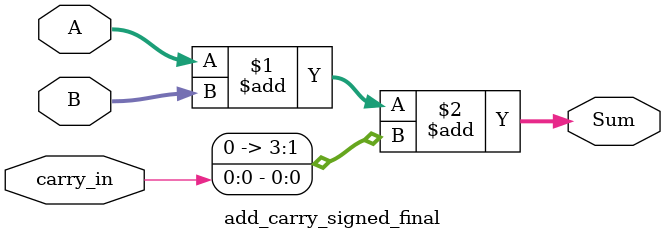
<source format=v>
module add_carry_signed_final(
	input signed [2:0] A,
	input signed [2:0] B,
	input carry_in,
	output signed [3:0] Sum  
	);
	assign Sum = A + B + $signed({1'b0, carry_in});
endmodule
</source>
